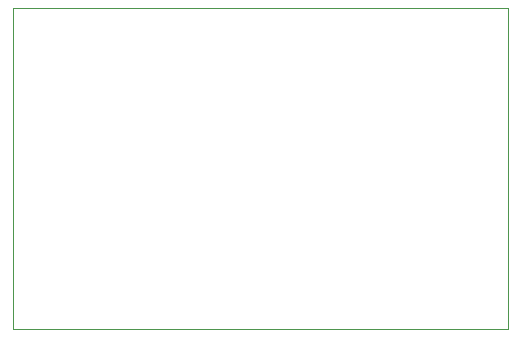
<source format=gm1>
%TF.GenerationSoftware,KiCad,Pcbnew,(6.0.8)*%
%TF.CreationDate,2022-10-25T11:24:58+02:00*%
%TF.ProjectId,MHI-AC-CTRL,4d48492d-4143-42d4-9354-524c2e6b6963,v2.3*%
%TF.SameCoordinates,Original*%
%TF.FileFunction,Profile,NP*%
%FSLAX46Y46*%
G04 Gerber Fmt 4.6, Leading zero omitted, Abs format (unit mm)*
G04 Created by KiCad (PCBNEW (6.0.8)) date 2022-10-25 11:24:58*
%MOMM*%
%LPD*%
G01*
G04 APERTURE LIST*
%TA.AperFunction,Profile*%
%ADD10C,0.100000*%
%TD*%
G04 APERTURE END LIST*
D10*
X121158000Y-64262000D02*
X79248000Y-64262000D01*
X79248000Y-37084000D02*
X121158000Y-37084000D01*
X79248000Y-64262000D02*
X79248000Y-37084000D01*
X121158000Y-37084000D02*
X121158000Y-64262000D01*
M02*

</source>
